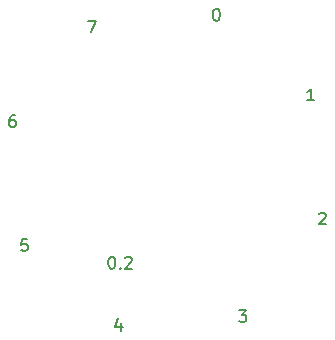
<source format=gto>
%TF.GenerationSoftware,KiCad,Pcbnew,9.0.0*%
%TF.CreationDate,2025-03-28T13:43:48+00:00*%
%TF.ProjectId,vm_rgb_ring_0.2,766d5f72-6762-45f7-9269-6e675f302e32,v0.2*%
%TF.SameCoordinates,PX4f64b50PY4749830*%
%TF.FileFunction,Legend,Top*%
%TF.FilePolarity,Positive*%
%FSLAX45Y45*%
G04 Gerber Fmt 4.5, Leading zero omitted, Abs format (unit mm)*
G04 Created by KiCad (PCBNEW 9.0.0) date 2025-03-28 13:43:48*
%MOMM*%
%LPD*%
G01*
G04 APERTURE LIST*
%ADD10C,0.200000*%
G04 APERTURE END LIST*
D10*
X-1270176Y463278D02*
X-1289223Y463278D01*
X-1289223Y463278D02*
X-1298747Y458516D01*
X-1298747Y458516D02*
X-1303509Y453754D01*
X-1303509Y453754D02*
X-1313033Y439469D01*
X-1313033Y439469D02*
X-1317795Y420421D01*
X-1317795Y420421D02*
X-1317795Y382326D01*
X-1317795Y382326D02*
X-1313033Y372802D01*
X-1313033Y372802D02*
X-1308271Y368040D01*
X-1308271Y368040D02*
X-1298747Y363278D01*
X-1298747Y363278D02*
X-1279699Y363278D01*
X-1279699Y363278D02*
X-1270176Y368040D01*
X-1270176Y368040D02*
X-1265414Y372802D01*
X-1265414Y372802D02*
X-1260652Y382326D01*
X-1260652Y382326D02*
X-1260652Y406135D01*
X-1260652Y406135D02*
X-1265414Y415659D01*
X-1265414Y415659D02*
X-1270176Y420421D01*
X-1270176Y420421D02*
X-1279699Y425183D01*
X-1279699Y425183D02*
X-1298747Y425183D01*
X-1298747Y425183D02*
X-1308271Y420421D01*
X-1308271Y420421D02*
X-1313033Y415659D01*
X-1313033Y415659D02*
X-1317795Y406135D01*
X-370176Y-1295055D02*
X-370176Y-1361722D01*
X-393985Y-1256960D02*
X-417795Y-1328389D01*
X-417795Y-1328389D02*
X-355890Y-1328389D01*
X1264348Y588278D02*
X1207205Y588278D01*
X1235777Y588278D02*
X1235777Y688278D01*
X1235777Y688278D02*
X1226253Y673992D01*
X1226253Y673992D02*
X1216729Y664469D01*
X1216729Y664469D02*
X1207205Y659707D01*
X-647557Y1263278D02*
X-580890Y1263278D01*
X-580890Y1263278D02*
X-623747Y1163278D01*
X1307205Y-371246D02*
X1311967Y-366484D01*
X1311967Y-366484D02*
X1321491Y-361722D01*
X1321491Y-361722D02*
X1345301Y-361722D01*
X1345301Y-361722D02*
X1354824Y-366484D01*
X1354824Y-366484D02*
X1359586Y-371246D01*
X1359586Y-371246D02*
X1364348Y-380769D01*
X1364348Y-380769D02*
X1364348Y-390293D01*
X1364348Y-390293D02*
X1359586Y-404579D01*
X1359586Y-404579D02*
X1302444Y-461722D01*
X1302444Y-461722D02*
X1364348Y-461722D01*
X431015Y1363278D02*
X440539Y1363278D01*
X440539Y1363278D02*
X450062Y1358516D01*
X450062Y1358516D02*
X454824Y1353754D01*
X454824Y1353754D02*
X459586Y1344231D01*
X459586Y1344231D02*
X464348Y1325183D01*
X464348Y1325183D02*
X464348Y1301373D01*
X464348Y1301373D02*
X459586Y1282326D01*
X459586Y1282326D02*
X454824Y1272802D01*
X454824Y1272802D02*
X450062Y1268040D01*
X450062Y1268040D02*
X440539Y1263278D01*
X440539Y1263278D02*
X431015Y1263278D01*
X431015Y1263278D02*
X421491Y1268040D01*
X421491Y1268040D02*
X416729Y1272802D01*
X416729Y1272802D02*
X411967Y1282326D01*
X411967Y1282326D02*
X407205Y1301373D01*
X407205Y1301373D02*
X407205Y1325183D01*
X407205Y1325183D02*
X411967Y1344231D01*
X411967Y1344231D02*
X416729Y1353754D01*
X416729Y1353754D02*
X421491Y1358516D01*
X421491Y1358516D02*
X431015Y1363278D01*
X-453985Y-736722D02*
X-444461Y-736722D01*
X-444461Y-736722D02*
X-434937Y-741484D01*
X-434937Y-741484D02*
X-430176Y-746246D01*
X-430176Y-746246D02*
X-425414Y-755769D01*
X-425414Y-755769D02*
X-420652Y-774817D01*
X-420652Y-774817D02*
X-420652Y-798627D01*
X-420652Y-798627D02*
X-425414Y-817674D01*
X-425414Y-817674D02*
X-430176Y-827198D01*
X-430176Y-827198D02*
X-434937Y-831960D01*
X-434937Y-831960D02*
X-444461Y-836722D01*
X-444461Y-836722D02*
X-453985Y-836722D01*
X-453985Y-836722D02*
X-463509Y-831960D01*
X-463509Y-831960D02*
X-468271Y-827198D01*
X-468271Y-827198D02*
X-473033Y-817674D01*
X-473033Y-817674D02*
X-477795Y-798627D01*
X-477795Y-798627D02*
X-477795Y-774817D01*
X-477795Y-774817D02*
X-473033Y-755769D01*
X-473033Y-755769D02*
X-468271Y-746246D01*
X-468271Y-746246D02*
X-463509Y-741484D01*
X-463509Y-741484D02*
X-453985Y-736722D01*
X-377795Y-827198D02*
X-373033Y-831960D01*
X-373033Y-831960D02*
X-377795Y-836722D01*
X-377795Y-836722D02*
X-382556Y-831960D01*
X-382556Y-831960D02*
X-377795Y-827198D01*
X-377795Y-827198D02*
X-377795Y-836722D01*
X-334938Y-746246D02*
X-330176Y-741484D01*
X-330176Y-741484D02*
X-320652Y-736722D01*
X-320652Y-736722D02*
X-296842Y-736722D01*
X-296842Y-736722D02*
X-287319Y-741484D01*
X-287319Y-741484D02*
X-282557Y-746246D01*
X-282557Y-746246D02*
X-277795Y-755769D01*
X-277795Y-755769D02*
X-277795Y-765293D01*
X-277795Y-765293D02*
X-282557Y-779579D01*
X-282557Y-779579D02*
X-339699Y-836722D01*
X-339699Y-836722D02*
X-277795Y-836722D01*
X-1165414Y-586722D02*
X-1213033Y-586722D01*
X-1213033Y-586722D02*
X-1217795Y-634341D01*
X-1217795Y-634341D02*
X-1213033Y-629579D01*
X-1213033Y-629579D02*
X-1203509Y-624817D01*
X-1203509Y-624817D02*
X-1179699Y-624817D01*
X-1179699Y-624817D02*
X-1170176Y-629579D01*
X-1170176Y-629579D02*
X-1165414Y-634341D01*
X-1165414Y-634341D02*
X-1160652Y-643865D01*
X-1160652Y-643865D02*
X-1160652Y-667674D01*
X-1160652Y-667674D02*
X-1165414Y-677198D01*
X-1165414Y-677198D02*
X-1170176Y-681960D01*
X-1170176Y-681960D02*
X-1179699Y-686722D01*
X-1179699Y-686722D02*
X-1203509Y-686722D01*
X-1203509Y-686722D02*
X-1213033Y-681960D01*
X-1213033Y-681960D02*
X-1217795Y-677198D01*
X627444Y-1186722D02*
X689348Y-1186722D01*
X689348Y-1186722D02*
X656015Y-1224817D01*
X656015Y-1224817D02*
X670301Y-1224817D01*
X670301Y-1224817D02*
X679824Y-1229579D01*
X679824Y-1229579D02*
X684586Y-1234341D01*
X684586Y-1234341D02*
X689348Y-1243865D01*
X689348Y-1243865D02*
X689348Y-1267674D01*
X689348Y-1267674D02*
X684586Y-1277198D01*
X684586Y-1277198D02*
X679824Y-1281960D01*
X679824Y-1281960D02*
X670301Y-1286722D01*
X670301Y-1286722D02*
X641729Y-1286722D01*
X641729Y-1286722D02*
X632205Y-1281960D01*
X632205Y-1281960D02*
X627444Y-1277198D01*
M02*

</source>
